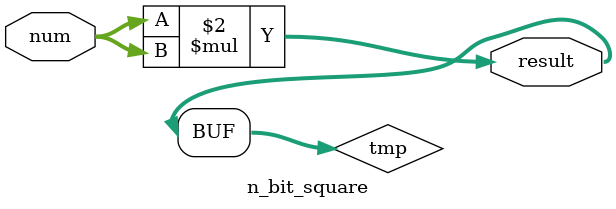
<source format=v>
`timescale 1ns / 1ps

module n_bit_square(num, result);
    parameter n=4;
    input [n-1:0] num;
    output reg [2*n-1:0] result;
    reg [2*n-1:0] tmp;
    
    always @(*) begin
        tmp = num * num;
        result = tmp;
    end
endmodule

</source>
